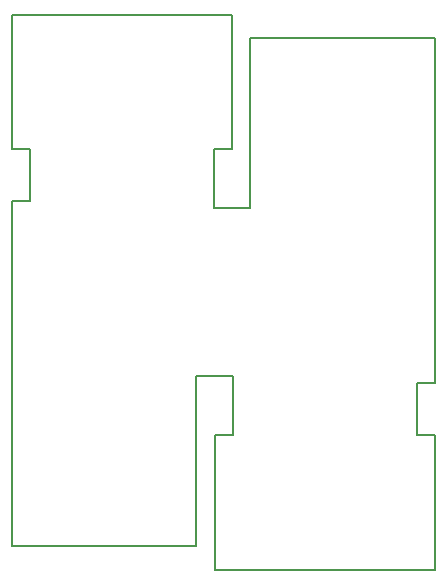
<source format=gbr>
G04 #@! TF.GenerationSoftware,KiCad,Pcbnew,(5.0.1)-4*
G04 #@! TF.CreationDate,2019-02-22T14:42:06+08:00*
G04 #@! TF.ProjectId,Xiaomi2Ali-Smart-Plug-WIFI-Module-Rev.B,5869616F6D6932416C692D536D617274,rev?*
G04 #@! TF.SameCoordinates,Original*
G04 #@! TF.FileFunction,Profile,NP*
%FSLAX46Y46*%
G04 Gerber Fmt 4.6, Leading zero omitted, Abs format (unit mm)*
G04 Created by KiCad (PCBNEW (5.0.1)-4) date 2019/2/22 14:42:06*
%MOMM*%
%LPD*%
G01*
G04 APERTURE LIST*
%ADD10C,0.200000*%
G04 APERTURE END LIST*
D10*
X143100000Y-86400000D02*
X146200000Y-86400000D01*
X141600000Y-100600000D02*
X144700000Y-100600000D01*
X144700000Y-105600000D02*
X144700000Y-100600000D01*
X161800000Y-101200000D02*
X161800000Y-72000000D01*
X161800000Y-72000000D02*
X146200000Y-72000000D01*
X160300000Y-101200000D02*
X161800000Y-101200000D01*
X160300000Y-105600000D02*
X160300000Y-101200000D01*
X143200000Y-105600000D02*
X144700000Y-105600000D01*
X161800000Y-117000000D02*
X161800000Y-105600000D01*
X161800000Y-105600000D02*
X160300000Y-105600000D01*
X161800000Y-117000000D02*
X143200000Y-117000000D01*
X143200000Y-117000000D02*
X143200000Y-105600000D01*
X146200000Y-72000000D02*
X146200000Y-86400000D01*
X141600000Y-115000000D02*
X141600000Y-100600000D01*
X126000000Y-115000000D02*
X141600000Y-115000000D01*
X127500000Y-85800000D02*
X126000000Y-85800000D01*
X127500000Y-81400000D02*
X127500000Y-85800000D01*
X126000000Y-81400000D02*
X127500000Y-81400000D01*
X126000000Y-85800000D02*
X126000000Y-115000000D01*
X126000000Y-70000000D02*
X126000000Y-81400000D01*
X143100000Y-81400000D02*
X143100000Y-86400000D01*
X144600000Y-81400000D02*
X143100000Y-81400000D01*
X144600000Y-70000000D02*
X144600000Y-81400000D01*
X126000000Y-70000000D02*
X144600000Y-70000000D01*
M02*

</source>
